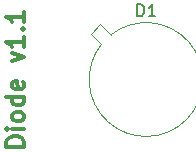
<source format=gbr>
G04 #@! TF.GenerationSoftware,KiCad,Pcbnew,(5.0.0)*
G04 #@! TF.CreationDate,2018-11-17T14:21:24+01:00*
G04 #@! TF.ProjectId,photoDiode_MDversion,70686F746F44696F64655F4D44766572,rev?*
G04 #@! TF.SameCoordinates,Original*
G04 #@! TF.FileFunction,Legend,Top*
G04 #@! TF.FilePolarity,Positive*
%FSLAX46Y46*%
G04 Gerber Fmt 4.6, Leading zero omitted, Abs format (unit mm)*
G04 Created by KiCad (PCBNEW (5.0.0)) date 11/17/18 14:21:24*
%MOMM*%
%LPD*%
G01*
G04 APERTURE LIST*
%ADD10C,0.300000*%
%ADD11C,0.120000*%
%ADD12C,0.150000*%
G04 APERTURE END LIST*
D10*
X139678571Y-100678571D02*
X138178571Y-100678571D01*
X138178571Y-100321428D01*
X138250000Y-100107142D01*
X138392857Y-99964285D01*
X138535714Y-99892857D01*
X138821428Y-99821428D01*
X139035714Y-99821428D01*
X139321428Y-99892857D01*
X139464285Y-99964285D01*
X139607142Y-100107142D01*
X139678571Y-100321428D01*
X139678571Y-100678571D01*
X139678571Y-99178571D02*
X138678571Y-99178571D01*
X138178571Y-99178571D02*
X138250000Y-99250000D01*
X138321428Y-99178571D01*
X138250000Y-99107142D01*
X138178571Y-99178571D01*
X138321428Y-99178571D01*
X139678571Y-98250000D02*
X139607142Y-98392857D01*
X139535714Y-98464285D01*
X139392857Y-98535714D01*
X138964285Y-98535714D01*
X138821428Y-98464285D01*
X138750000Y-98392857D01*
X138678571Y-98250000D01*
X138678571Y-98035714D01*
X138750000Y-97892857D01*
X138821428Y-97821428D01*
X138964285Y-97750000D01*
X139392857Y-97750000D01*
X139535714Y-97821428D01*
X139607142Y-97892857D01*
X139678571Y-98035714D01*
X139678571Y-98250000D01*
X139678571Y-96464285D02*
X138178571Y-96464285D01*
X139607142Y-96464285D02*
X139678571Y-96607142D01*
X139678571Y-96892857D01*
X139607142Y-97035714D01*
X139535714Y-97107142D01*
X139392857Y-97178571D01*
X138964285Y-97178571D01*
X138821428Y-97107142D01*
X138750000Y-97035714D01*
X138678571Y-96892857D01*
X138678571Y-96607142D01*
X138750000Y-96464285D01*
X139607142Y-95178571D02*
X139678571Y-95321428D01*
X139678571Y-95607142D01*
X139607142Y-95750000D01*
X139464285Y-95821428D01*
X138892857Y-95821428D01*
X138750000Y-95750000D01*
X138678571Y-95607142D01*
X138678571Y-95321428D01*
X138750000Y-95178571D01*
X138892857Y-95107142D01*
X139035714Y-95107142D01*
X139178571Y-95821428D01*
X138678571Y-93464285D02*
X139678571Y-93107142D01*
X138678571Y-92750000D01*
X139678571Y-91392857D02*
X139678571Y-92250000D01*
X139678571Y-91821428D02*
X138178571Y-91821428D01*
X138392857Y-91964285D01*
X138535714Y-92107142D01*
X138607142Y-92250000D01*
X139535714Y-90750000D02*
X139607142Y-90678571D01*
X139678571Y-90750000D01*
X139607142Y-90821428D01*
X139535714Y-90750000D01*
X139678571Y-90750000D01*
X139678571Y-89250000D02*
X139678571Y-90107142D01*
X139678571Y-89678571D02*
X138178571Y-89678571D01*
X138392857Y-89821428D01*
X138535714Y-89964285D01*
X138607142Y-90107142D01*
D11*
G04 #@! TO.C,D1*
X147002916Y-91225098D02*
X146111961Y-90334144D01*
X146111961Y-90334144D02*
X145334144Y-91111961D01*
X145334144Y-91111961D02*
X146225098Y-92002916D01*
X146225326Y-92002629D02*
G75*
G03X147002916Y-91225098I3774674J-2997371D01*
G01*
D12*
X149261904Y-89632380D02*
X149261904Y-88632380D01*
X149500000Y-88632380D01*
X149642857Y-88680000D01*
X149738095Y-88775238D01*
X149785714Y-88870476D01*
X149833333Y-89060952D01*
X149833333Y-89203809D01*
X149785714Y-89394285D01*
X149738095Y-89489523D01*
X149642857Y-89584761D01*
X149500000Y-89632380D01*
X149261904Y-89632380D01*
X150785714Y-89632380D02*
X150214285Y-89632380D01*
X150500000Y-89632380D02*
X150500000Y-88632380D01*
X150404761Y-88775238D01*
X150309523Y-88870476D01*
X150214285Y-88918095D01*
G04 #@! TD*
M02*

</source>
